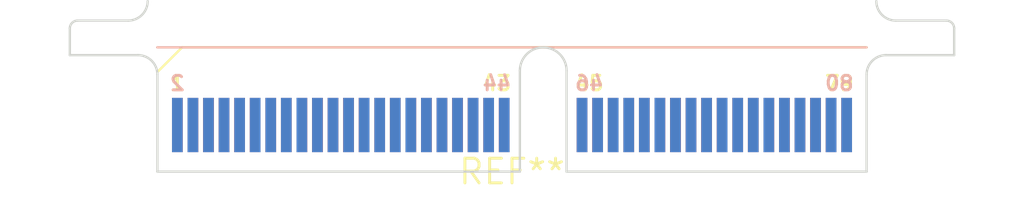
<source format=kicad_pcb>
(kicad_pcb (version 20240108) (generator pcbnew)
  (layers (0 "F.Cu" signal) (31 "B.Cu" signal) (34 "B.Paste" user) (35 "F.Paste" user) (36 "B.SilkS" user "B.Silkscreen") (37 "F.SilkS" user "F.Silkscreen") (38 "B.Mask" user) (39 "F.Mask" user) (44 "Edge.Cuts" user))
  (net 0 "")
  (footprint "Samtec_HSEC8-140-X-X-DV-BL_2x40_P0.8mm_Edge" (layer "F.Cu") (at 0 0)
    (property "Reference" "REF**")
    (property "Value" "Samtec_HSEC8-140-X-X-DV-BL_2x40_P0.8mm_Edge")
    (fp_line (start -18.225 -6.4) (end -18.225 -6.4) (layer "B.SilkS") (stroke (width 0.12)))
    (fp_line (start -18.225 -6.4) (end 18.225 -6.4) (layer "B.SilkS") (stroke (width 0.12)))
    (fp_line (start -18.225 -5.13) (end -16.955 -6.4) (layer "F.SilkS") (stroke (width 0.12)))
    (fp_line (start -16.955 -6.4) (end 18.225 -6.4) (layer "F.SilkS") (stroke (width 0.12)))
    (fp_line (start -22.725 -6) (end -22.725 -7.38) (layer "Edge.Cuts") (stroke (width 0.12)))
    (fp_line (start -22.325 -7.78) (end -19.725 -7.78) (layer "Edge.Cuts") (stroke (width 0.12)))
    (fp_line (start -19.225 -6) (end -22.725 -6) (layer "Edge.Cuts") (stroke (width 0.12)))
    (fp_line (start -18.225 -5) (end -18.225 0) (layer "Edge.Cuts") (stroke (width 0.12)))
    (fp_line (start -18.225 0) (end 0.405 0) (layer "Edge.Cuts") (stroke (width 0.12)))
    (fp_line (start 0.405 0) (end 0.405 -5.2) (layer "Edge.Cuts") (stroke (width 0.12)))
    (fp_line (start 2.805 -5.2) (end 2.805 0) (layer "Edge.Cuts") (stroke (width 0.12)))
    (fp_line (start 2.805 0) (end 18.225 0) (layer "Edge.Cuts") (stroke (width 0.12)))
    (fp_line (start 18.225 0) (end 18.225 -5) (layer "Edge.Cuts") (stroke (width 0.12)))
    (fp_line (start 19.225 -6) (end 22.725 -6) (layer "Edge.Cuts") (stroke (width 0.12)))
    (fp_line (start 22.325 -7.78) (end 19.725 -7.78) (layer "Edge.Cuts") (stroke (width 0.12)))
    (fp_line (start 22.725 -6) (end 22.725 -7.38) (layer "Edge.Cuts") (stroke (width 0.12)))
    (fp_arc (start -22.725 -7.38) (mid -22.607843 -7.662843) (end -22.325 -7.78) (layer "Edge.Cuts") (stroke (width 0.12)))
    (fp_arc (start -19.225 -6) (mid -18.517893 -5.707107) (end -18.225 -5) (layer "Edge.Cuts") (stroke (width 0.12)))
    (fp_arc (start -18.725 -8.78) (mid -19.017893 -8.072893) (end -19.725 -7.78) (layer "Edge.Cuts") (stroke (width 0.12)))
    (fp_arc (start 0.405 -5.2) (mid 1.605 -6.4) (end 2.805 -5.2) (layer "Edge.Cuts") (stroke (width 0.12)))
    (fp_arc (start 18.225 -5) (mid 18.517893 -5.707107) (end 19.225 -6) (layer "Edge.Cuts") (stroke (width 0.12)))
    (fp_arc (start 19.725 -7.78) (mid 19.017893 -8.072893) (end 18.725 -8.78) (layer "Edge.Cuts") (stroke (width 0.12)))
    (fp_arc (start 22.325 -7.78) (mid 22.607843 -7.662843) (end 22.725 -7.38) (layer "Edge.Cuts") (stroke (width 0.12)))
    (fp_text user "2" (at -17.2 -4.55 0) (layer "B.SilkS") (effects (font (size 0.75 0.75)) (justify mirror)))
    (fp_text user "46" (at 3.975 -4.55 0) (layer "B.SilkS") (effects (font (size 0.75 0.75)) (justify mirror)))
    (fp_text user "44" (at -0.775 -4.55 0) (layer "B.SilkS") (effects (font (size 0.75 0.75)) (justify mirror)))
    (fp_text user "80" (at 16.825 -4.55 0) (layer "B.SilkS") (effects (font (size 0.75 0.75)) (justify mirror)))
    (fp_text user "79" (at 16.825 -4.55 0) (layer "F.SilkS") (effects (font (size 0.75 0.75))))
    (fp_text user "43" (at -0.775 -4.55 0) (layer "F.SilkS") (effects (font (size 0.75 0.75))))
    (fp_text user "1" (at -17.2 -4.55 0) (layer "F.SilkS") (effects (font (size 0.75 0.75))))
    (fp_text user "45" (at 3.975 -4.55 0) (layer "F.SilkS") (effects (font (size 0.75 0.75))))
    (pad "1" connect rect (at -17.2 -2.4) (size 0.55 2.8) (layers "F.Cu" "F.Mask"))
    (pad "2" connect rect (at -17.2 -2.4) (size 0.55 2.8) (layers "B.Cu" "B.Mask"))
    (pad "3" connect rect (at -16.4 -2.4) (size 0.55 2.8) (layers "F.Cu" "F.Mask"))
    (pad "4" connect rect (at -16.4 -2.4) (size 0.55 2.8) (layers "B.Cu" "B.Mask"))
    (pad "5" connect rect (at -15.6 -2.4) (size 0.55 2.8) (layers "F.Cu" "F.Mask"))
    (pad "6" connect rect (at -15.6 -2.4) (size 0.55 2.8) (layers "B.Cu" "B.Mask"))
    (pad "7" connect rect (at -14.8 -2.4) (size 0.55 2.8) (layers "F.Cu" "F.Mask"))
    (pad "8" connect rect (at -14.8 -2.4) (size 0.55 2.8) (layers "B.Cu" "B.Mask"))
    (pad "9" connect rect (at -14 -2.4) (size 0.55 2.8) (layers "F.Cu" "F.Mask"))
    (pad "10" connect rect (at -14 -2.4) (size 0.55 2.8) (layers "B.Cu" "B.Mask"))
    (pad "11" connect rect (at -13.2 -2.4) (size 0.55 2.8) (layers "F.Cu" "F.Mask"))
    (pad "12" connect rect (at -13.2 -2.4) (size 0.55 2.8) (layers "B.Cu" "B.Mask"))
    (pad "13" connect rect (at -12.4 -2.4) (size 0.55 2.8) (layers "F.Cu" "F.Mask"))
    (pad "14" connect rect (at -12.4 -2.4) (size 0.55 2.8) (layers "B.Cu" "B.Mask"))
    (pad "15" connect rect (at -11.6 -2.4) (size 0.55 2.8) (layers "F.Cu" "F.Mask"))
    (pad "16" connect rect (at -11.6 -2.4) (size 0.55 2.8) (layers "B.Cu" "B.Mask"))
    (pad "17" connect rect (at -10.8 -2.4) (size 0.55 2.8) (layers "F.Cu" "F.Mask"))
    (pad "18" connect rect (at -10.8 -2.4) (size 0.55 2.8) (layers "B.Cu" "B.Mask"))
    (pad "19" connect rect (at -10 -2.4) (size 0.55 2.8) (layers "F.Cu" "F.Mask"))
    (pad "20" connect rect (at -10 -2.4) (size 0.55 2.8) (layers "B.Cu" "B.Mask"))
    (pad "21" connect rect (at -9.2 -2.4) (size 0.55 2.8) (layers "F.Cu" "F.Mask"))
    (pad "22" connect rect (at -9.2 -2.4) (size 0.55 2.8) (layers "B.Cu" "B.Mask"))
    (pad "23" connect rect (at -8.4 -2.4) (size 0.55 2.8) (layers "F.Cu" "F.Mask"))
    (pad "24" connect rect (at -8.4 -2.4) (size 0.55 2.8) (layers "B.Cu" "B.Mask"))
    (pad "25" connect rect (at -7.6 -2.4) (size 0.55 2.8) (layers "F.Cu" "F.Mask"))
    (pad "26" connect rect (at -7.6 -2.4) (size 0.55 2.8) (layers "B.Cu" "B.Mask"))
    (pad "27" connect rect (at -6.8 -2.4) (size 0.55 2.8) (layers "F.Cu" "F.Mask"))
    (pad "28" connect rect (at -6.8 -2.4) (size 0.55 2.8) (layers "B.Cu" "B.Mask"))
    (pad "29" connect rect (at -6 -2.4) (size 0.55 2.8) (layers "F.Cu" "F.Mask"))
    (pad "30" connect rect (at -6 -2.4) (size 0.55 2.8) (layers "B.Cu" "B.Mask"))
    (pad "31" connect rect (at -5.2 -2.4) (size 0.55 2.8) (layers "F.Cu" "F.Mask"))
    (pad "32" connect rect (at -5.2 -2.4) (size 0.55 2.8) (layers "B.Cu" "B.Mask"))
    (pad "33" connect rect (at -4.4 -2.4) (size 0.55 2.8) (layers "F.Cu" "F.Mask"))
    (pad "34" connect rect (at -4.4 -2.4) (size 0.55 2.8) (layers "B.Cu" "B.Mask"))
    (pad "35" connect rect (at -3.6 -2.4) (size 0.55 2.8) (layers "F.Cu" "F.Mask"))
    (pad "36" connect rect (at -3.6 -2.4) (size 0.55 2.8) (layers "B.Cu" "B.Mask"))
    (pad "37" connect rect (at -2.8 -2.4) (size 0.55 2.8) (layers "F.Cu" "F.Mask"))
    (pad "38" connect rect (at -2.8 -2.4) (size 0.55 2.8) (layers "B.Cu" "B.Mask"))
    (pad "39" connect rect (at -2 -2.4) (size 0.55 2.8) (layers "F.Cu" "F.Mask"))
    (pad "40" connect rect (at -2 -2.4) (size 0.55 2.8) (layers "B.Cu" "B.Mask"))
    (pad "41" connect rect (at -1.2 -2.4) (size 0.55 2.8) (layers "F.Cu" "F.Mask"))
    (pad "42" connect rect (at -1.2 -2.4) (size 0.55 2.8) (layers "B.Cu" "B.Mask"))
    (pad "43" connect rect (at -0.4 -2.4) (size 0.55 2.8) (layers "F.Cu" "F.Mask"))
    (pad "44" connect rect (at -0.4 -2.4) (size 0.55 2.8) (layers "B.Cu" "B.Mask"))
    (pad "45" connect rect (at 3.6 -2.4) (size 0.55 2.8) (layers "F.Cu" "F.Mask"))
    (pad "46" connect rect (at 3.6 -2.4) (size 0.55 2.8) (layers "B.Cu" "B.Mask"))
    (pad "47" connect rect (at 4.4 -2.4) (size 0.55 2.8) (layers "F.Cu" "F.Mask"))
    (pad "48" connect rect (at 4.4 -2.4) (size 0.55 2.8) (layers "B.Cu" "B.Mask"))
    (pad "49" connect rect (at 5.2 -2.4) (size 0.55 2.8) (layers "F.Cu" "F.Mask"))
    (pad "50" connect rect (at 5.2 -2.4) (size 0.55 2.8) (layers "B.Cu" "B.Mask"))
    (pad "51" connect rect (at 6 -2.4) (size 0.55 2.8) (layers "F.Cu" "F.Mask"))
    (pad "52" connect rect (at 6 -2.4) (size 0.55 2.8) (layers "B.Cu" "B.Mask"))
    (pad "53" connect rect (at 6.8 -2.4) (size 0.55 2.8) (layers "F.Cu" "F.Mask"))
    (pad "54" connect rect (at 6.8 -2.4) (size 0.55 2.8) (layers "B.Cu" "B.Mask"))
    (pad "55" connect rect (at 7.6 -2.4) (size 0.55 2.8) (layers "F.Cu" "F.Mask"))
    (pad "56" connect rect (at 7.6 -2.4) (size 0.55 2.8) (layers "B.Cu" "B.Mask"))
    (pad "57" connect rect (at 8.4 -2.4) (size 0.55 2.8) (layers "F.Cu" "F.Mask"))
    (pad "58" connect rect (at 8.4 -2.4) (size 0.55 2.8) (layers "B.Cu" "B.Mask"))
    (pad "59" connect rect (at 9.2 -2.4) (size 0.55 2.8) (layers "F.Cu" "F.Mask"))
    (pad "60" connect rect (at 9.2 -2.4) (size 0.55 2.8) (layers "B.Cu" "B.Mask"))
    (pad "61" connect rect (at 10 -2.4) (size 0.55 2.8) (layers "F.Cu" "F.Mask"))
    (pad "62" connect rect (at 10 -2.4) (size 0.55 2.8) (layers "B.Cu" "B.Mask"))
    (pad "63" connect rect (at 10.8 -2.4) (size 0.55 2.8) (layers "F.Cu" "F.Mask"))
    (pad "64" connect rect (at 10.8 -2.4) (size 0.55 2.8) (layers "B.Cu" "B.Mask"))
    (pad "65" connect rect (at 11.6 -2.4) (size 0.55 2.8) (layers "F.Cu" "F.Mask"))
    (pad "66" connect rect (at 11.6 -2.4) (size 0.55 2.8) (layers "B.Cu" "B.Mask"))
    (pad "67" connect rect (at 12.4 -2.4) (size 0.55 2.8) (layers "F.Cu" "F.Mask"))
    (pad "68" connect rect (at 12.4 -2.4) (size 0.55 2.8) (layers "B.Cu" "B.Mask"))
    (pad "69" connect rect (at 13.2 -2.4) (size 0.55 2.8) (layers "F.Cu" "F.Mask"))
    (pad "70" connect rect (at 13.2 -2.4) (size 0.55 2.8) (layers "B.Cu" "B.Mask"))
    (pad "71" connect rect (at 14 -2.4) (size 0.55 2.8) (layers "F.Cu" "F.Mask"))
    (pad "72" connect rect (at 14 -2.4) (size 0.55 2.8) (layers "B.Cu" "B.Mask"))
    (pad "73" connect rect (at 14.8 -2.4) (size 0.55 2.8) (layers "F.Cu" "F.Mask"))
    (pad "74" connect rect (at 14.8 -2.4) (size 0.55 2.8) (layers "B.Cu" "B.Mask"))
    (pad "75" connect rect (at 15.6 -2.4) (size 0.55 2.8) (layers "F.Cu" "F.Mask"))
    (pad "76" connect rect (at 15.6 -2.4) (size 0.55 2.8) (layers "B.Cu" "B.Mask"))
    (pad "77" connect rect (at 16.4 -2.4) (size 0.55 2.8) (layers "F.Cu" "F.Mask"))
    (pad "78" connect rect (at 16.4 -2.4) (size 0.55 2.8) (layers "B.Cu" "B.Mask"))
    (pad "79" connect rect (at 17.2 -2.4) (size 0.55 2.8) (layers "F.Cu" "F.Mask"))
    (pad "80" connect rect (at 17.2 -2.4) (size 0.55 2.8) (layers "B.Cu" "B.Mask"))
  )
)
</source>
